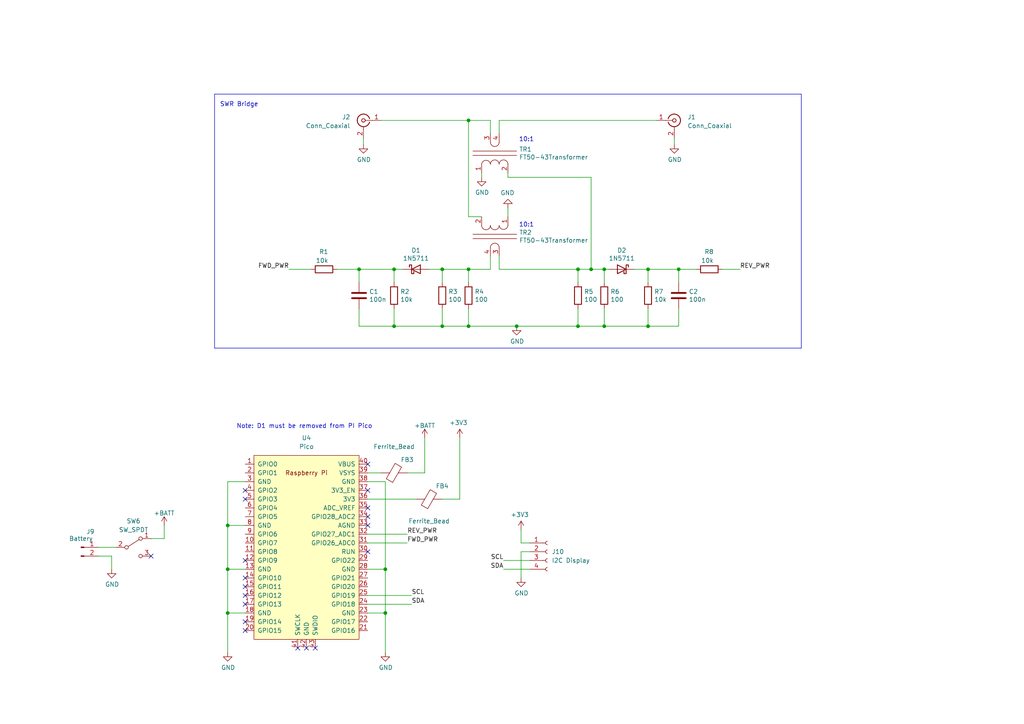
<source format=kicad_sch>
(kicad_sch (version 20230121) (generator eeschema)
  (paper "A4")
  (lib_symbols
    (symbol "Connector:Conn_01x04_Socket" (pin_names (offset 1.016) hide)
      (property "Reference" "J" (at 0 5.08 0))
      (property "Value" "Conn_01x04_Socket" (at 0 -7.62 0))
      (symbol "Conn_01x04_Socket_1_1"
        (arc (start 0 -4.572) (mid -0.5058 -5.08) (end 0 -5.588) (stroke (width 0.1524)))
        (arc (start 0 -2.032) (mid -0.5058 -2.54) (end 0 -3.048) (stroke (width 0.1524)))
        (polyline (pts (xy -1.27 -5.08) (xy -0.508 -5.08)) (stroke (width 0.1524)))
        (polyline (pts (xy -1.27 -2.54) (xy -0.508 -2.54)) (stroke (width 0.1524)))
        (polyline (pts (xy -1.27 0) (xy -0.508 0)) (stroke (width 0.1524)))
        (polyline (pts (xy -1.27 2.54) (xy -0.508 2.54)) (stroke (width 0.1524)))
        (arc (start 0 0.508) (mid -0.5058 0) (end 0 -0.508) (stroke (width 0.1524)))
        (arc (start 0 3.048) (mid -0.5058 2.54) (end 0 2.032) (stroke (width 0.1524)))
        (pin passive line (at -5.08 2.54 0) (length 3.81) (name "Pin_1") (number "1"))
        (pin passive line (at -5.08 0 0) (length 3.81) (name "Pin_2") (number "2"))
        (pin passive line (at -5.08 -2.54 0) (length 3.81) (name "Pin_3") (number "3"))
        (pin passive line (at -5.08 -5.08 0) (length 3.81) (name "Pin_4") (number "4"))
      )
    )
    (symbol "Connector:Conn_Coaxial" (pin_names (offset 1.016) hide)
      (property "Reference" "J" (at 0.254 3.048 0))
      (property "Value" "Conn_Coaxial" (at 2.921 0 90))
      (symbol "Conn_Coaxial_0_1"
        (arc (start -1.778 -0.508) (mid 0.2311 -1.8066) (end 1.778 0) (stroke (width 0.254)))
        (polyline (pts (xy -2.54 0) (xy -0.508 0)))
        (polyline (pts (xy 0 -2.54) (xy 0 -1.778)))
        (circle (center 0 0) (radius 0.508) (stroke (width 0.2032)))
        (arc (start 1.778 0) (mid 0.2099 1.8101) (end -1.778 0.508) (stroke (width 0.254)))
      )
      (symbol "Conn_Coaxial_1_1"
        (pin passive line (at -5.08 0 0) (length 2.54) (name "In") (number "1"))
        (pin passive line (at 0 -5.08 90) (length 2.54) (name "Ext") (number "2"))
      )
    )
    (symbol "Device:C" (pin_numbers hide) (pin_names (offset 0.254))
      (property "Reference" "C" (at 0.635 2.54 0))
      (property "Value" "C" (at 0.635 -2.54 0))
      (symbol "C_0_1"
        (polyline (pts (xy -2.032 -0.762) (xy 2.032 -0.762)) (stroke (width 0.508)))
        (polyline (pts (xy -2.032 0.762) (xy 2.032 0.762)) (stroke (width 0.508)))
      )
      (symbol "C_1_1"
        (pin passive line (at 0 3.81 270) (length 2.794) (name "~") (number "1"))
        (pin passive line (at 0 -3.81 90) (length 2.794) (name "~") (number "2"))
      )
    )
    (symbol "Device:Ferrite_Bead" (pin_numbers hide) (pin_names (offset 0))
      (property "Reference" "FB" (at -3.81 0.635 90))
      (property "Value" "Device_Ferrite_Bead" (at 3.81 0 90))
      (symbol "Ferrite_Bead_0_1"
        (polyline (pts (xy 0 -1.27) (xy 0 -1.2192)))
        (polyline (pts (xy 0 1.27) (xy 0 1.2954)))
        (polyline (pts (xy -2.7686 0.4064) (xy -1.7018 2.2606) (xy 2.7686 -0.3048) (xy 1.6764 -2.159) (xy -2.7686 0.4064)))
      )
      (symbol "Ferrite_Bead_1_1"
        (pin passive line (at 0 3.81 270) (length 2.54) (name "~") (number "1"))
        (pin passive line (at 0 -3.81 90) (length 2.54) (name "~") (number "2"))
      )
    )
    (symbol "Device:R" (pin_numbers hide) (pin_names (offset 0))
      (property "Reference" "R" (at 2.032 0 90))
      (property "Value" "R" (at 0 0 90))
      (symbol "R_0_1"
        (rectangle (start -1.016 -2.54) (end 1.016 2.54) (stroke (width 0.254)))
      )
      (symbol "R_1_1"
        (pin passive line (at 0 3.81 270) (length 1.27) (name "~") (number "1"))
        (pin passive line (at 0 -3.81 90) (length 1.27) (name "~") (number "2"))
      )
    )
    (symbol "Diode:1N5711" (pin_numbers hide) (pin_names (offset 1.016) hide)
      (property "Reference" "D" (at 0 2.54 0))
      (property "Value" "1N5711" (at 0 -2.54 0))
      (symbol "1N5711_0_1"
        (polyline (pts (xy 1.27 0) (xy -1.27 0)))
        (polyline (pts (xy 1.27 1.27) (xy 1.27 -1.27) (xy -1.27 0) (xy 1.27 1.27)) (stroke (width 0.254)))
        (polyline (pts (xy -1.905 0.635) (xy -1.905 1.27) (xy -1.27 1.27) (xy -1.27 -1.27) (xy -0.635 -1.27) (xy -0.635 -0.635)) (stroke (width 0.254)))
      )
      (symbol "1N5711_1_1"
        (pin passive line (at -3.81 0 0) (length 2.54) (name "K") (number "1"))
        (pin passive line (at 3.81 0 180) (length 2.54) (name "A") (number "2"))
      )
    )
    (symbol "RADIO-rescue:Conn_01x02_Male-Connector" (pin_names (offset 1.016) hide)
      (property "Reference" "J" (at 0 2.54 0))
      (property "Value" "Connector_Conn_01x02_Male" (at 0 -5.08 0))
      (symbol "Conn_01x02_Male-Connector_1_1"
        (polyline (pts (xy 1.27 -2.54) (xy 0.8636 -2.54)) (stroke (width 0.1524)))
        (polyline (pts (xy 1.27 0) (xy 0.8636 0)) (stroke (width 0.1524)))
        (rectangle (start 0.8636 -2.413) (end 0 -2.667) (stroke (width 0.1524)) (fill (type outline)))
        (rectangle (start 0.8636 0.127) (end 0 -0.127) (stroke (width 0.1524)) (fill (type outline)))
        (pin passive line (at 5.08 0 180) (length 3.81) (name "Pin_1") (number "1"))
        (pin passive line (at 5.08 -2.54 180) (length 3.81) (name "Pin_2") (number "2"))
      )
    )
    (symbol "Switch:SW_SPDT" (pin_names (offset 0) hide)
      (property "Reference" "SW" (at 0 4.318 0))
      (property "Value" "SW_SPDT" (at 0 -5.08 0))
      (symbol "SW_SPDT_0_0"
        (circle (center -2.032 0) (radius 0.508))
        (circle (center 2.032 -2.54) (radius 0.508))
      )
      (symbol "SW_SPDT_0_1"
        (polyline (pts (xy -1.524 0.254) (xy 1.651 2.286)))
        (circle (center 2.032 2.54) (radius 0.508))
      )
      (symbol "SW_SPDT_1_1"
        (pin passive line (at 5.08 2.54 180) (length 2.54) (name "A") (number "1"))
        (pin passive line (at -5.08 0 0) (length 2.54) (name "B") (number "2"))
        (pin passive line (at 5.08 -2.54 180) (length 2.54) (name "C") (number "3"))
      )
    )
    (symbol "TX_BOARD-rescue:FT50-43Transformer-xcvr_components" (pin_names (offset 0) hide)
      (property "Reference" "TR" (at 0 -1.27 0))
      (property "Value" "FT50-43Transformer-xcvr_components" (at 0 1.27 0))
      (symbol "FT50-43Transformer-xcvr_components_0_1"
        (arc (start -2.54 -12.7) (mid -1.2951 -11.43) (end -2.54 -10.16))
        (arc (start -2.54 -10.16) (mid -1.2951 -8.89) (end -2.54 -7.62))
        (arc (start -2.54 -7.62) (mid -1.4133 -6.35) (end -2.54 -5.08))
        (polyline (pts (xy 0 -2.54) (xy 0 -15.24)))
        (polyline (pts (xy 1.27 -2.54) (xy 1.27 -15.24)))
        (arc (start 3.81 -7.62) (mid 2.5898 -8.89) (end 3.81 -10.16))
      )
      (symbol "FT50-43Transformer-xcvr_components_1_1"
        (pin bidirectional line (at -5.08 -5.08 0) (length 2.54) (name "~") (number "1"))
        (pin bidirectional line (at -5.08 -12.7 0) (length 2.54) (name "~") (number "2"))
        (pin bidirectional line (at 6.35 -7.62 180) (length 2.54) (name "~") (number "3"))
        (pin bidirectional line (at 6.35 -10.16 180) (length 2.54) (name "~") (number "4"))
      )
    )
    (symbol "pico:Pico" (pin_names (offset 1.016))
      (property "Reference" "U2" (at 0 29.21 0))
      (property "Value" "Pico" (at 0 16.51 0))
      (symbol "Pico_0_0"
        (text "Raspberry Pi" (at 0 21.59 0) (effects (font (size 1.27 1.27))))
      )
      (symbol "Pico_0_1"
        (rectangle (start -15.24 26.67) (end 15.24 -26.67) (fill (type background)))
      )
      (symbol "Pico_1_1"
        (pin bidirectional line (at -17.78 24.13 0) (length 2.54) (name "GPIO0") (number "1"))
        (pin bidirectional line (at -17.78 1.27 0) (length 2.54) (name "GPIO7") (number "10"))
        (pin bidirectional line (at -17.78 -1.27 0) (length 2.54) (name "GPIO8") (number "11"))
        (pin bidirectional line (at -17.78 -3.81 0) (length 2.54) (name "GPIO9") (number "12"))
        (pin power_in line (at -17.78 -6.35 0) (length 2.54) (name "GND") (number "13"))
        (pin bidirectional line (at -17.78 -8.89 0) (length 2.54) (name "GPIO10") (number "14"))
        (pin bidirectional line (at -17.78 -11.43 0) (length 2.54) (name "GPIO11") (number "15"))
        (pin bidirectional line (at -17.78 -13.97 0) (length 2.54) (name "GPIO12") (number "16"))
        (pin bidirectional line (at -17.78 -16.51 0) (length 2.54) (name "GPIO13") (number "17"))
        (pin power_in line (at -17.78 -19.05 0) (length 2.54) (name "GND") (number "18"))
        (pin bidirectional line (at -17.78 -21.59 0) (length 2.54) (name "GPIO14") (number "19"))
        (pin bidirectional line (at -17.78 21.59 0) (length 2.54) (name "GPIO1") (number "2"))
        (pin bidirectional line (at -17.78 -24.13 0) (length 2.54) (name "GPIO15") (number "20"))
        (pin bidirectional line (at 17.78 -24.13 180) (length 2.54) (name "GPIO16") (number "21"))
        (pin bidirectional line (at 17.78 -21.59 180) (length 2.54) (name "GPIO17") (number "22"))
        (pin power_in line (at 17.78 -19.05 180) (length 2.54) (name "GND") (number "23"))
        (pin bidirectional line (at 17.78 -16.51 180) (length 2.54) (name "GPIO18") (number "24"))
        (pin bidirectional line (at 17.78 -13.97 180) (length 2.54) (name "GPIO19") (number "25"))
        (pin bidirectional line (at 17.78 -11.43 180) (length 2.54) (name "GPIO20") (number "26"))
        (pin bidirectional line (at 17.78 -8.89 180) (length 2.54) (name "GPIO21") (number "27"))
        (pin power_in line (at 17.78 -6.35 180) (length 2.54) (name "GND") (number "28"))
        (pin bidirectional line (at 17.78 -3.81 180) (length 2.54) (name "GPIO22") (number "29"))
        (pin power_in line (at -17.78 19.05 0) (length 2.54) (name "GND") (number "3"))
        (pin input line (at 17.78 -1.27 180) (length 2.54) (name "RUN") (number "30"))
        (pin bidirectional line (at 17.78 1.27 180) (length 2.54) (name "GPIO26_ADC0") (number "31"))
        (pin bidirectional line (at 17.78 3.81 180) (length 2.54) (name "GPIO27_ADC1") (number "32"))
        (pin power_in line (at 17.78 6.35 180) (length 2.54) (name "AGND") (number "33"))
        (pin bidirectional line (at 17.78 8.89 180) (length 2.54) (name "GPIO28_ADC2") (number "34"))
        (pin unspecified line (at 17.78 11.43 180) (length 2.54) (name "ADC_VREF") (number "35"))
        (pin unspecified line (at 17.78 13.97 180) (length 2.54) (name "3V3") (number "36"))
        (pin input line (at 17.78 16.51 180) (length 2.54) (name "3V3_EN") (number "37"))
        (pin bidirectional line (at 17.78 19.05 180) (length 2.54) (name "GND") (number "38"))
        (pin unspecified line (at 17.78 21.59 180) (length 2.54) (name "VSYS") (number "39"))
        (pin bidirectional line (at -17.78 16.51 0) (length 2.54) (name "GPIO2") (number "4"))
        (pin unspecified line (at 17.78 24.13 180) (length 2.54) (name "VBUS") (number "40"))
        (pin input line (at -2.54 -29.21 90) (length 2.54) (name "SWCLK") (number "41"))
        (pin power_in line (at 0 -29.21 90) (length 2.54) (name "GND") (number "42"))
        (pin bidirectional line (at 2.54 -29.21 90) (length 2.54) (name "SWDIO") (number "43"))
        (pin bidirectional line (at -17.78 13.97 0) (length 2.54) (name "GPIO3") (number "5"))
        (pin bidirectional line (at -17.78 11.43 0) (length 2.54) (name "GPIO4") (number "6"))
        (pin bidirectional line (at -17.78 8.89 0) (length 2.54) (name "GPIO5") (number "7"))
        (pin power_in line (at -17.78 6.35 0) (length 2.54) (name "GND") (number "8"))
        (pin bidirectional line (at -17.78 3.81 0) (length 2.54) (name "GPIO6") (number "9"))
      )
    )
    (symbol "power:+3V3" (power) (pin_names (offset 0))
      (property "Value" "+3V3" (at 0 3.556 0))
      (symbol "+3V3_0_1"
        (polyline (pts (xy -0.762 1.27) (xy 0 2.54)))
        (polyline (pts (xy 0 0) (xy 0 2.54)))
        (polyline (pts (xy 0 2.54) (xy 0.762 1.27)))
      )
      (symbol "+3V3_1_1"
        (pin power_in line (at 0 0 90) (length 0) hide (name "+3V3") (number "1"))
      )
    )
    (symbol "power:+BATT" (power) (pin_names (offset 0))
      (property "Value" "+BATT" (at 0 3.556 0))
      (symbol "+BATT_0_1"
        (polyline (pts (xy -0.762 1.27) (xy 0 2.54)))
        (polyline (pts (xy 0 0) (xy 0 2.54)))
        (polyline (pts (xy 0 2.54) (xy 0.762 1.27)))
      )
      (symbol "+BATT_1_1"
        (pin power_in line (at 0 0 90) (length 0) hide (name "+BATT") (number "1"))
      )
    )
    (symbol "power:GND" (power) (pin_names (offset 0))
      (property "Value" "GND" (at 0 -3.81 0))
      (symbol "GND_0_1"
        (polyline (pts (xy 0 0) (xy 0 -1.27) (xy 1.27 -1.27) (xy 0 -2.54) (xy -1.27 -1.27) (xy 0 -1.27)))
      )
      (symbol "GND_1_1"
        (pin power_in line (at 0 0 270) (length 0) hide (name "GND") (number "1"))
      )
    )
  )
  (junction (at 175.26 94.615))
  (junction (at 135.89 78.105))
  (junction (at 187.96 94.615))
  (junction (at 66.04 152.4))
  (junction (at 104.14 78.105))
  (junction (at 171.45 78.105))
  (junction (at 114.3 94.615))
  (junction (at 111.76 177.8))
  (junction (at 135.89 94.615))
  (junction (at 187.96 78.105))
  (junction (at 135.89 34.925))
  (junction (at 66.04 177.8))
  (junction (at 149.86 94.615))
  (junction (at 66.04 165.1))
  (junction (at 167.64 78.105))
  (junction (at 128.27 78.105))
  (junction (at 114.3 78.105))
  (junction (at 196.85 78.105))
  (junction (at 175.26 78.105))
  (junction (at 128.27 94.615))
  (junction (at 111.76 165.1))
  (junction (at 167.64 94.615))
  (no_connect (at 71.12 172.72))
  (no_connect (at 43.815 161.29))
  (no_connect (at 71.12 142.24))
  (no_connect (at 106.68 149.86))
  (no_connect (at 106.68 160.02))
  (no_connect (at 88.9 187.96))
  (no_connect (at 71.12 144.78))
  (no_connect (at 106.68 147.32))
  (no_connect (at 106.68 142.24))
  (no_connect (at 71.12 182.88))
  (no_connect (at 71.12 170.18))
  (no_connect (at 71.12 180.34))
  (no_connect (at 106.68 152.4))
  (no_connect (at 86.36 187.96))
  (no_connect (at 71.12 167.64))
  (no_connect (at 71.12 162.56))
  (no_connect (at 71.12 175.26))
  (no_connect (at 91.44 187.96))
  (no_connect (at 106.68 134.62))
  (wire (pts (xy 106.68 154.94) (xy 118.11 154.94)))
  (wire (pts (xy 196.85 78.105) (xy 196.85 81.915)))
  (wire (pts (xy 167.64 89.535) (xy 167.64 94.615)))
  (wire (pts (xy 71.12 177.8) (xy 66.04 177.8)))
  (wire (pts (xy 175.26 89.535) (xy 175.26 94.615)))
  (wire (pts (xy 135.89 89.535) (xy 135.89 94.615)))
  (wire (pts (xy 71.12 165.1) (xy 66.04 165.1)))
  (wire (pts (xy 196.85 78.105) (xy 201.93 78.105)))
  (wire (pts (xy 66.04 139.7) (xy 66.04 152.4)))
  (wire (pts (xy 147.32 60.325) (xy 147.32 62.865)))
  (wire (pts (xy 175.26 78.105) (xy 175.26 81.915)))
  (wire (pts (xy 133.35 144.78) (xy 133.35 127)))
  (wire (pts (xy 147.32 50.165) (xy 147.32 51.435)))
  (wire (pts (xy 135.89 94.615) (xy 149.86 94.615)))
  (wire (pts (xy 114.3 78.105) (xy 116.84 78.105)))
  (wire (pts (xy 171.45 78.105) (xy 175.26 78.105)))
  (wire (pts (xy 187.96 94.615) (xy 196.85 94.615)))
  (polyline (pts (xy 232.41 100.965) (xy 232.41 27.305)))
  (wire (pts (xy 167.64 78.105) (xy 171.45 78.105)))
  (wire (pts (xy 66.04 165.1) (xy 66.04 177.8)))
  (wire (pts (xy 111.76 165.1) (xy 111.76 177.8)))
  (wire (pts (xy 151.13 153.67) (xy 151.13 157.48)))
  (wire (pts (xy 106.68 165.1) (xy 111.76 165.1)))
  (wire (pts (xy 71.12 152.4) (xy 66.04 152.4)))
  (wire (pts (xy 184.15 78.105) (xy 187.96 78.105)))
  (wire (pts (xy 153.67 160.02) (xy 151.13 160.02)))
  (wire (pts (xy 114.3 94.615) (xy 128.27 94.615)))
  (wire (pts (xy 106.68 137.16) (xy 110.49 137.16)))
  (polyline (pts (xy 62.23 100.965) (xy 232.41 100.965)))
  (wire (pts (xy 106.68 144.78) (xy 120.65 144.78)))
  (wire (pts (xy 146.05 162.56) (xy 153.67 162.56)))
  (wire (pts (xy 187.96 78.105) (xy 196.85 78.105)))
  (wire (pts (xy 111.76 139.7) (xy 111.76 165.1)))
  (wire (pts (xy 104.14 78.105) (xy 114.3 78.105)))
  (wire (pts (xy 151.13 157.48) (xy 153.67 157.48)))
  (wire (pts (xy 187.96 78.105) (xy 187.96 81.915)))
  (wire (pts (xy 104.14 94.615) (xy 114.3 94.615)))
  (wire (pts (xy 135.89 34.925) (xy 135.89 62.865)))
  (wire (pts (xy 32.385 161.29) (xy 32.385 165.1)))
  (wire (pts (xy 147.32 51.435) (xy 171.45 51.435)))
  (wire (pts (xy 128.27 94.615) (xy 135.89 94.615)))
  (wire (pts (xy 104.14 81.915) (xy 104.14 78.105)))
  (wire (pts (xy 47.625 156.21) (xy 47.625 152.4)))
  (wire (pts (xy 187.96 89.535) (xy 187.96 94.615)))
  (wire (pts (xy 66.04 152.4) (xy 66.04 165.1)))
  (wire (pts (xy 105.41 40.005) (xy 105.41 41.91)))
  (wire (pts (xy 128.27 78.105) (xy 128.27 81.915)))
  (wire (pts (xy 106.68 172.72) (xy 119.38 172.72)))
  (wire (pts (xy 114.3 78.105) (xy 114.3 81.915)))
  (wire (pts (xy 144.78 78.105) (xy 167.64 78.105)))
  (wire (pts (xy 144.78 38.735) (xy 144.78 34.925)))
  (wire (pts (xy 28.575 161.29) (xy 32.385 161.29)))
  (wire (pts (xy 142.24 78.105) (xy 142.24 74.295)))
  (polyline (pts (xy 62.23 27.305) (xy 232.41 27.305)))
  (wire (pts (xy 97.79 78.105) (xy 104.14 78.105)))
  (wire (pts (xy 106.68 177.8) (xy 111.76 177.8)))
  (wire (pts (xy 111.76 177.8) (xy 111.76 189.23)))
  (wire (pts (xy 135.89 34.925) (xy 142.24 34.925)))
  (wire (pts (xy 28.575 158.75) (xy 33.655 158.75)))
  (wire (pts (xy 106.68 157.48) (xy 118.11 157.48)))
  (wire (pts (xy 123.19 127) (xy 123.19 137.16)))
  (wire (pts (xy 144.78 34.925) (xy 190.5 34.925)))
  (wire (pts (xy 106.68 175.26) (xy 119.38 175.26)))
  (wire (pts (xy 151.13 160.02) (xy 151.13 167.64)))
  (wire (pts (xy 135.89 78.105) (xy 135.89 81.915)))
  (wire (pts (xy 71.12 139.7) (xy 66.04 139.7)))
  (wire (pts (xy 196.85 94.615) (xy 196.85 89.535)))
  (wire (pts (xy 83.82 78.105) (xy 90.17 78.105)))
  (wire (pts (xy 124.46 78.105) (xy 128.27 78.105)))
  (wire (pts (xy 146.05 165.1) (xy 153.67 165.1)))
  (wire (pts (xy 110.49 34.925) (xy 135.89 34.925)))
  (wire (pts (xy 175.26 94.615) (xy 187.96 94.615)))
  (wire (pts (xy 139.7 62.865) (xy 135.89 62.865)))
  (wire (pts (xy 104.14 89.535) (xy 104.14 94.615)))
  (wire (pts (xy 175.26 78.105) (xy 176.53 78.105)))
  (wire (pts (xy 171.45 51.435) (xy 171.45 78.105)))
  (wire (pts (xy 66.04 177.8) (xy 66.04 189.23)))
  (wire (pts (xy 128.27 78.105) (xy 135.89 78.105)))
  (wire (pts (xy 209.55 78.105) (xy 214.63 78.105)))
  (wire (pts (xy 142.24 34.925) (xy 142.24 38.735)))
  (wire (pts (xy 144.78 74.295) (xy 144.78 78.105)))
  (wire (pts (xy 123.19 137.16) (xy 118.11 137.16)))
  (wire (pts (xy 167.64 78.105) (xy 167.64 81.915)))
  (wire (pts (xy 43.815 156.21) (xy 47.625 156.21)))
  (wire (pts (xy 135.89 78.105) (xy 142.24 78.105)))
  (wire (pts (xy 128.27 144.78) (xy 133.35 144.78)))
  (polyline (pts (xy 62.23 27.305) (xy 62.23 100.965)))
  (wire (pts (xy 128.27 89.535) (xy 128.27 94.615)))
  (wire (pts (xy 149.86 94.615) (xy 167.64 94.615)))
  (wire (pts (xy 106.68 139.7) (xy 111.76 139.7)))
  (wire (pts (xy 167.64 94.615) (xy 175.26 94.615)))
  (wire (pts (xy 195.58 40.005) (xy 195.58 41.91)))
  (wire (pts (xy 114.3 89.535) (xy 114.3 94.615)))
  (wire (pts (xy 139.7 50.165) (xy 139.7 51.435)))
  (text "10:1" (at 150.495 66.04 0) (effects (font (size 1.27 1.27)) (justify left bottom)))
  (text "Note: D1 must be removed from PI Pico" (at 68.58 124.46 0) (effects (font (size 1.27 1.27)) (justify left bottom)))
  (text "10:1" (at 150.495 41.275 0) (effects (font (size 1.27 1.27)) (justify left bottom)))
  (text "SWR Bridge" (at 74.93 31.115 0) (effects (font (size 1.27 1.27)) (justify right bottom)))
  (label "SDA" (at 146.05 165.1 180))
  (label "SCL" (at 146.05 162.56 180))
  (label "FWD_PWR" (at 118.11 157.48 0))
  (label "SDA" (at 119.38 175.26 0))
  (label "REV_PWR" (at 214.63 78.105 0))
  (label "REV_PWR" (at 118.11 154.94 0))
  (label "FWD_PWR" (at 83.82 78.105 180))
  (label "SCL" (at 119.38 172.72 0))
  (symbol (lib_id "Diode:1N5711") (at 120.65 78.105 0) (unit 1)
    (property "Reference" "D1" (at 120.65 72.6186 0))
    (property "Value" "1N5711" (at 120.65 74.93 0))
    (property "Footprint" "Diode_THT:D_DO-35_SOD27_P7.62mm_Horizontal" (effects hide))
    (property "Datasheet" "https://www.microsemi.com/document-portal/doc_download/8865-lds-0040-datasheet" (effects hide))
  )
  (symbol (lib_id "power:GND") (at 147.32 60.325 180) (unit 1)
    (property "Reference" "#PWR02" (effects hide))
    (property "Value" "GND" (at 147.193 55.9308 0))
  )
  (symbol (lib_id "Connector:Conn_Coaxial") (at 195.58 34.925 0) (unit 1)
    (property "Reference" "J1" (at 199.39 33.9482 0) (effects (justify left)))
    (property "Value" "Conn_Coaxial" (at 199.39 36.4882 0) (effects (justify left)))
    (property "Datasheet" " ~" (effects hide))
  )
  (symbol (lib_id "Device:R") (at 175.26 85.725 0) (unit 1)
    (property "Reference" "R6" (at 177.038 84.582 0) (effects (justify left)))
    (property "Value" "100" (at 177.038 86.868 0) (effects (justify left)))
    (property "Footprint" "Resistor_SMD:R_0805_2012Metric" (effects hide))
  )
  (symbol (lib_id "Device:R") (at 205.74 78.105 90) (unit 1)
    (property "Reference" "R8" (at 207.01 73.025 90) (effects (justify left)))
    (property "Value" "10k" (at 207.01 75.565 90) (effects (justify left)))
    (property "Footprint" "Resistor_SMD:R_0805_2012Metric" (effects hide))
  )
  (symbol (lib_id "Device:R") (at 93.98 78.105 90) (unit 1)
    (property "Reference" "R1" (at 95.25 73.025 90) (effects (justify left)))
    (property "Value" "10k" (at 95.25 75.565 90) (effects (justify left)))
    (property "Footprint" "Resistor_SMD:R_0805_2012Metric" (effects hide))
  )
  (symbol (lib_id "power:+3V3") (at 151.13 153.67 0) (mirror y) (unit 1)
    (property "Reference" "#PWR038" (effects hide))
    (property "Value" "+3V3" (at 150.749 149.2758 0))
  )
  (symbol (lib_id "Device:R") (at 114.3 85.725 0) (unit 1)
    (property "Reference" "R2" (at 116.078 84.582 0) (effects (justify left)))
    (property "Value" "10k" (at 116.078 86.868 0) (effects (justify left)))
    (property "Footprint" "Resistor_SMD:R_0805_2012Metric" (effects hide))
  )
  (symbol (lib_id "power:+BATT") (at 123.19 127 0) (unit 1)
    (property "Reference" "#PWR?" (effects hide))
    (property "Value" "+BATT" (at 123.19 123.444 0))
  )
  (symbol (lib_id "Connector:Conn_Coaxial") (at 105.41 34.925 0) (mirror y) (unit 1)
    (property "Reference" "J2" (at 101.6 33.9482 0) (effects (justify left)))
    (property "Value" "Conn_Coaxial" (at 101.6 36.4882 0) (effects (justify left)))
    (property "Datasheet" " ~" (effects hide))
  )
  (symbol (lib_id "power:GND") (at 111.76 189.23 0) (unit 1)
    (property "Reference" "#PWR035" (effects hide))
    (property "Value" "GND" (at 111.887 193.6242 0))
  )
  (symbol (lib_id "pico:Pico") (at 88.9 158.75 0) (unit 1)
    (property "Reference" "U4" (at 88.9 127 0))
    (property "Value" "Pico" (at 88.9 129.54 0))
    (property "Footprint" "things:RPi_Pico_SMD_TH" (effects hide))
  )
  (symbol (lib_id "Device:C") (at 104.14 85.725 0) (unit 1)
    (property "Reference" "C1" (at 107.061 84.582 0) (effects (justify left)))
    (property "Value" "100n" (at 107.061 86.868 0) (effects (justify left)))
    (property "Footprint" "Capacitor_SMD:C_0805_2012Metric" (effects hide))
  )
  (symbol (lib_id "power:GND") (at 151.13 167.64 0) (unit 1)
    (property "Reference" "#PWR039" (effects hide))
    (property "Value" "GND" (at 151.257 172.0342 0))
  )
  (symbol (lib_id "Device:R") (at 187.96 85.725 0) (unit 1)
    (property "Reference" "R7" (at 189.738 84.582 0) (effects (justify left)))
    (property "Value" "10k" (at 189.738 86.868 0) (effects (justify left)))
    (property "Footprint" "Resistor_SMD:R_0805_2012Metric" (effects hide))
  )
  (symbol (lib_id "power:GND") (at 139.7 51.435 0) (unit 1)
    (property "Reference" "#PWR01" (effects hide))
    (property "Value" "GND" (at 139.827 55.8292 0))
  )
  (symbol (lib_id "power:GND") (at 105.41 41.91 0) (unit 1)
    (property "Reference" "#PWR04" (effects hide))
    (property "Value" "GND" (at 105.537 46.3042 0))
  )
  (symbol (lib_id "RADIO-rescue:Conn_01x02_Male-Connector") (at 23.495 158.75 0) (unit 1)
    (property "Reference" "J9" (at 26.2382 154.2034 0))
    (property "Value" "Battery" (at 23.495 156.21 0))
    (property "Footprint" "Connector_PinHeader_2.54mm:PinHeader_1x02_P2.54mm_Vertical" (effects hide))
  )
  (symbol (lib_id "Switch:SW_SPDT") (at 38.735 158.75 0) (unit 1)
    (property "Reference" "SW6" (at 38.735 151.13 0))
    (property "Value" "SW_SPDT" (at 38.735 153.67 0))
    (property "Footprint" "Button_Switch_THT:SW_Slide_1P2T_CK_OS102011MS2Q" (effects hide))
  )
  (symbol (lib_id "power:GND") (at 195.58 41.91 0) (unit 1)
    (property "Reference" "#PWR05" (effects hide))
    (property "Value" "GND" (at 195.707 46.3042 0))
  )
  (symbol (lib_id "power:GND") (at 149.86 94.615 0) (unit 1)
    (property "Reference" "#PWR03" (effects hide))
    (property "Value" "GND" (at 149.987 99.0092 0))
  )
  (symbol (lib_id "TX_BOARD-rescue:FT50-43Transformer-xcvr_components") (at 152.4 67.945 270) (unit 1)
    (property "Reference" "TR2" (at 150.5712 67.437 90) (effects (justify left)))
    (property "Value" "FT50-43Transformer" (at 150.5712 69.723 90) (effects (justify left)))
    (property "Footprint" "openxcvr:FT50-43 Transformer" (effects hide))
  )
  (symbol (lib_id "Device:Ferrite_Bead") (at 114.3 137.16 90) (unit 1)
    (property "Reference" "FB3" (at 118.11 133.35 90))
    (property "Value" "Ferrite_Bead" (at 114.3 129.54 90))
    (property "Footprint" "Inductor_SMD:L_0805_2012Metric" (effects hide))
  )
  (symbol (lib_id "power:GND") (at 32.385 165.1 0) (unit 1)
    (property "Reference" "#PWR027" (effects hide))
    (property "Value" "GND" (at 32.512 169.4942 0))
  )
  (symbol (lib_id "Device:C") (at 196.85 85.725 0) (unit 1)
    (property "Reference" "C2" (at 199.771 84.582 0) (effects (justify left)))
    (property "Value" "100n" (at 199.771 86.868 0) (effects (justify left)))
    (property "Footprint" "Capacitor_SMD:C_0805_2012Metric" (effects hide))
  )
  (symbol (lib_id "Connector:Conn_01x04_Socket") (at 158.75 160.02 0) (unit 1)
    (property "Reference" "J10" (at 160.02 160.02 0) (effects (justify left)))
    (property "Value" "I2C Display" (at 160.02 162.56 0) (effects (justify left)))
    (property "Footprint" "things:SDD1306" (effects hide))
  )
  (symbol (lib_id "TX_BOARD-rescue:FT50-43Transformer-xcvr_components") (at 134.62 45.085 90) (unit 1)
    (property "Reference" "TR1" (at 150.5712 43.307 90) (effects (justify right)))
    (property "Value" "FT50-43Transformer" (at 150.5712 45.593 90) (effects (justify right)))
    (property "Footprint" "openxcvr:FT50-43 Transformer" (effects hide))
  )
  (symbol (lib_id "Device:R") (at 167.64 85.725 0) (unit 1)
    (property "Reference" "R5" (at 169.418 84.582 0) (effects (justify left)))
    (property "Value" "100" (at 169.418 86.868 0) (effects (justify left)))
    (property "Footprint" "Resistor_SMD:R_0805_2012Metric" (effects hide))
  )
  (symbol (lib_id "power:GND") (at 66.04 189.23 0) (unit 1)
    (property "Reference" "#PWR034" (effects hide))
    (property "Value" "GND" (at 66.167 193.6242 0))
  )
  (symbol (lib_id "Device:R") (at 128.27 85.725 0) (unit 1)
    (property "Reference" "R3" (at 130.048 84.582 0) (effects (justify left)))
    (property "Value" "100" (at 130.048 86.868 0) (effects (justify left)))
    (property "Footprint" "Resistor_SMD:R_0805_2012Metric" (effects hide))
  )
  (symbol (lib_id "Diode:1N5711") (at 180.34 78.105 0) (mirror y) (unit 1)
    (property "Reference" "D2" (at 180.34 72.6186 0))
    (property "Value" "1N5711" (at 180.34 74.93 0))
    (property "Footprint" "Diode_THT:D_DO-35_SOD27_P7.62mm_Horizontal" (effects hide))
    (property "Datasheet" "https://www.microsemi.com/document-portal/doc_download/8865-lds-0040-datasheet" (effects hide))
  )
  (symbol (lib_id "Device:R") (at 135.89 85.725 0) (unit 1)
    (property "Reference" "R4" (at 137.668 84.582 0) (effects (justify left)))
    (property "Value" "100" (at 137.668 86.868 0) (effects (justify left)))
    (property "Footprint" "Resistor_SMD:R_0805_2012Metric" (effects hide))
  )
  (symbol (lib_id "Device:Ferrite_Bead") (at 124.46 144.78 90) (unit 1)
    (property "Reference" "FB4" (at 128.27 140.97 90))
    (property "Value" "Ferrite_Bead" (at 124.46 151.13 90))
    (property "Footprint" "Inductor_SMD:L_0805_2012Metric" (effects hide))
  )
  (symbol (lib_id "power:+BATT") (at 47.625 152.4 0) (unit 1)
    (property "Reference" "#PWR?" (effects hide))
    (property "Value" "+BATT" (at 47.625 148.844 0))
  )
  (symbol (lib_id "power:+3V3") (at 133.35 127 0) (mirror y) (unit 1)
    (property "Reference" "#PWR037" (effects hide))
    (property "Value" "+3V3" (at 132.969 122.6058 0))
  )
)
</source>
